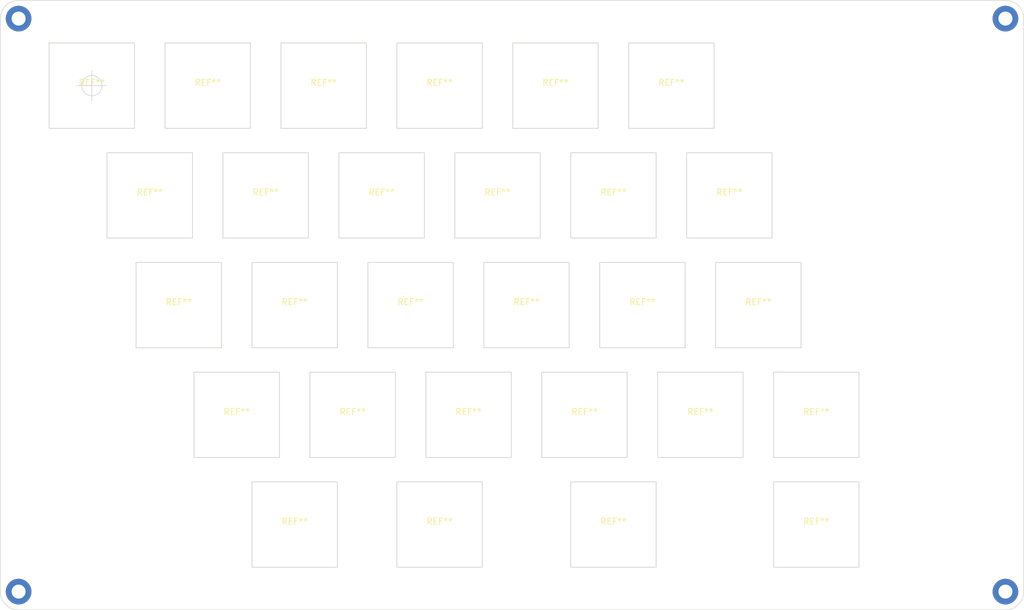
<source format=kicad_pcb>
(kicad_pcb (version 20211014) (generator pcbnew)
  (layers (0 "F.Cu" signal) (31 "B.Cu" signal) (34 "B.Paste" user) (35 "F.Paste" user) (36 "B.SilkS" user "B.Silkscreen") (37 "F.SilkS" user "F.Silkscreen") (38 "B.Mask" user) (39 "F.Mask" user) (44 "Edge.Cuts" user))
  (net 0 "")
  (footprint "Plate:Keyswitch Hole" (layer "F.Cu") (at 92.75 104)
    (fp_text reference "REF**" (at 0 -0.5 unlocked) (layer "F.SilkS"))
    (fp_text value "Keyswitch Hole")
    (fp_rect (start -7 -7) (end 7 7) (layer "Edge.Cuts") (width 0.12) (fill none))
  )
  (footprint "Plate:Keyswitch Hole" (layer "F.Cu") (at 107 50)
    (fp_text reference "REF**" (at 0 -0.5 unlocked) (layer "F.SilkS"))
    (fp_text value "Keyswitch Hole")
    (fp_rect (start -7 -7) (end 7 7) (layer "Edge.Cuts") (width 0.12) (fill none))
  )
  (footprint "Plate:Keyswitch Hole" (layer "F.Cu") (at 69 50)
    (fp_text reference "REF**" (at 0 -0.5 unlocked) (layer "F.SilkS"))
    (fp_text value "Keyswitch Hole")
    (fp_rect (start -7 -7) (end 7 7) (layer "Edge.Cuts") (width 0.12) (fill none))
  )
  (footprint "Plate:Keyswitch Hole" (layer "F.Cu") (at 83.25 86)
    (fp_text reference "REF**" (at 0 -0.5 unlocked) (layer "F.SilkS"))
    (fp_text value "Keyswitch Hole")
    (fp_rect (start -7 -7) (end 7 7) (layer "Edge.Cuts") (width 0.12) (fill none))
  )
  (footprint "Plate:Keyswitch Hole" (layer "F.Cu") (at 116.5 68)
    (fp_text reference "REF**" (at 0 -0.5 unlocked) (layer "F.SilkS"))
    (fp_text value "Keyswitch Hole")
    (fp_rect (start -7 -7) (end 7 7) (layer "Edge.Cuts") (width 0.12) (fill none))
  )
  (footprint "Plate:Keyswitch Hole" (layer "F.Cu") (at 88 50)
    (fp_text reference "REF**" (at 0 -0.5 unlocked) (layer "F.SilkS"))
    (fp_text value "Keyswitch Hole")
    (fp_rect (start -7 -7) (end 7 7) (layer "Edge.Cuts") (width 0.12) (fill none))
  )
  (footprint "Plate:Keyswitch Hole" (layer "F.Cu") (at 168.75 104)
    (fp_text reference "REF**" (at 0 -0.5 unlocked) (layer "F.SilkS"))
    (fp_text value "Keyswitch Hole")
    (fp_rect (start -7 -7) (end 7 7) (layer "Edge.Cuts") (width 0.12) (fill none))
  )
  (footprint "Plate:Keyswitch Hole" (layer "F.Cu") (at 126 50)
    (fp_text reference "REF**" (at 0 -0.5 unlocked) (layer "F.SilkS"))
    (fp_text value "Keyswitch Hole")
    (fp_rect (start -7 -7) (end 7 7) (layer "Edge.Cuts") (width 0.12) (fill none))
  )
  (footprint "Plate:Keyswitch Hole" (layer "F.Cu") (at 121.25 86)
    (fp_text reference "REF**" (at 0 -0.5 unlocked) (layer "F.SilkS"))
    (fp_text value "Keyswitch Hole")
    (fp_rect (start -7 -7) (end 7 7) (layer "Edge.Cuts") (width 0.12) (fill none))
  )
  (footprint "Plate:Keyswitch Hole" (layer "F.Cu") (at 154.5 68)
    (fp_text reference "REF**" (at 0 -0.5 unlocked) (layer "F.SilkS"))
    (fp_text value "Keyswitch Hole")
    (fp_rect (start -7 -7) (end 7 7) (layer "Edge.Cuts") (width 0.12) (fill none))
  )
  (footprint "Plate:Keyswitch Hole" (layer "F.Cu") (at 59.5 68)
    (fp_text reference "REF**" (at 0 -0.5 unlocked) (layer "F.SilkS"))
    (fp_text value "Keyswitch Hole")
    (fp_rect (start -7 -7) (end 7 7) (layer "Edge.Cuts") (width 0.12) (fill none))
  )
  (footprint "Plate:Keyswitch Hole" (layer "F.Cu") (at 111.75 104)
    (fp_text reference "REF**" (at 0 -0.5 unlocked) (layer "F.SilkS"))
    (fp_text value "Keyswitch Hole")
    (fp_rect (start -7 -7) (end 7 7) (layer "Edge.Cuts") (width 0.12) (fill none))
  )
  (footprint "Plate:Keyswitch Hole" (layer "F.Cu") (at 135.5 68)
    (fp_text reference "REF**" (at 0 -0.5 unlocked) (layer "F.SilkS"))
    (fp_text value "Keyswitch Hole")
    (fp_rect (start -7 -7) (end 7 7) (layer "Edge.Cuts") (width 0.12) (fill none))
  )
  (footprint "" (layer "F.Cu") (at 199.75 39)
    (fp_text reference "" (at 0 0) (layer "F.SilkS") (effects (font (size 1.27 1.27))))
    (fp_text value "" (at 0 0) (layer "F.SilkS") (effects (font (size 1.27 1.27))))
    (pad "" thru_hole circle locked (at 0 0) (size 4.2 4.2) (drill 2.3) (layers *.Cu *.Mask))
  )
  (footprint "Plate:Keyswitch Hole" (layer "F.Cu") (at 159.25 86)
    (fp_text reference "REF**" (at 0 -0.5 unlocked) (layer "F.SilkS"))
    (fp_text value "Keyswitch Hole")
    (fp_rect (start -7 -7) (end 7 7) (layer "Edge.Cuts") (width 0.12) (fill none))
  )
  (footprint "Plate:Keyswitch Hole" (layer "F.Cu") (at 64.25 86)
    (fp_text reference "REF**" (at 0 -0.5 unlocked) (layer "F.SilkS"))
    (fp_text value "Keyswitch Hole")
    (fp_rect (start -7 -7) (end 7 7) (layer "Edge.Cuts") (width 0.12) (fill none))
  )
  (footprint "Plate:Keyswitch Hole" (layer "F.Cu") (at 50 50)
    (fp_text reference "REF**" (at 0 -0.5 unlocked) (layer "F.SilkS"))
    (fp_text value "Keyswitch Hole")
    (fp_rect (start -7 -7) (end 7 7) (layer "Edge.Cuts") (width 0.12) (fill none))
  )
  (footprint "" (layer "F.Cu") (at 38 39)
    (fp_text reference "" (at 0 0) (layer "F.SilkS") (effects (font (size 1.27 1.27))))
    (fp_text value "" (at 0 0) (layer "F.SilkS") (effects (font (size 1.27 1.27))))
    (pad "" thru_hole circle locked (at 0 0) (size 4.2 4.2) (drill 2.3) (layers *.Cu *.Mask))
  )
  (footprint "Plate:Keyswitch Hole" (layer "F.Cu") (at 83.25 122)
    (fp_text reference "REF**" (at 0 -0.5 unlocked) (layer "F.SilkS"))
    (fp_text value "Keyswitch Hole")
    (fp_rect (start -7 -7) (end 7 7) (layer "Edge.Cuts") (width 0.12) (fill none))
  )
  (footprint "Plate:Keyswitch Hole" (layer "F.Cu") (at 140.25 86)
    (fp_text reference "REF**" (at 0 -0.5 unlocked) (layer "F.SilkS"))
    (fp_text value "Keyswitch Hole")
    (fp_rect (start -7 -7) (end 7 7) (layer "Edge.Cuts") (width 0.12) (fill none))
  )
  (footprint "Plate:Keyswitch Hole" (layer "F.Cu") (at 149.75 104)
    (fp_text reference "REF**" (at 0 -0.5 unlocked) (layer "F.SilkS"))
    (fp_text value "Keyswitch Hole")
    (fp_rect (start -7 -7) (end 7 7) (layer "Edge.Cuts") (width 0.12) (fill none))
  )
  (footprint "Plate:Keyswitch Hole" (layer "F.Cu") (at 78.5 68)
    (fp_text reference "REF**" (at 0 -0.5 unlocked) (layer "F.SilkS"))
    (fp_text value "Keyswitch Hole")
    (fp_rect (start -7 -7) (end 7 7) (layer "Edge.Cuts") (width 0.12) (fill none))
  )
  (footprint "Plate:Keyswitch Hole" (layer "F.Cu") (at 107 122)
    (fp_text reference "REF**" (at 0 -0.5 unlocked) (layer "F.SilkS"))
    (fp_text value "Keyswitch Hole")
    (fp_rect (start -7 -7) (end 7 7) (layer "Edge.Cuts") (width 0.12) (fill none))
  )
  (footprint "Plate:Keyswitch Hole" (layer "F.Cu") (at 168.75 122)
    (fp_text reference "REF**" (at 0 -0.5 unlocked) (layer "F.SilkS"))
    (fp_text value "Keyswitch Hole")
    (fp_rect (start -7 -7) (end 7 7) (layer "Edge.Cuts") (width 0.12) (fill none))
  )
  (footprint "" (layer "F.Cu") (at 38 133)
    (fp_text reference "" (at 0 0) (layer "F.SilkS") (effects (font (size 1.27 1.27))))
    (fp_text value "" (at 0 0) (layer "F.SilkS") (effects (font (size 1.27 1.27))))
    (pad "" thru_hole circle locked (at 0 0) (size 4.2 4.2) (drill 2.3) (layers *.Cu *.Mask))
  )
  (footprint "Plate:Keyswitch Hole" (layer "F.Cu") (at 102.25 86)
    (fp_text reference "REF**" (at 0 -0.5 unlocked) (layer "F.SilkS"))
    (fp_text value "Keyswitch Hole")
    (fp_rect (start -7 -7) (end 7 7) (layer "Edge.Cuts") (width 0.12) (fill none))
  )
  (footprint "Plate:Keyswitch Hole" (layer "F.Cu") (at 145 50)
    (fp_text reference "REF**" (at 0 -0.5 unlocked) (layer "F.SilkS"))
    (fp_text value "Keyswitch Hole")
    (fp_rect (start -7 -7) (end 7 7) (layer "Edge.Cuts") (width 0.12) (fill none))
  )
  (footprint "Plate:Keyswitch Hole" (layer "F.Cu") (at 130.75 104)
    (fp_text reference "REF**" (at 0 -0.5 unlocked) (layer "F.SilkS"))
    (fp_text value "Keyswitch Hole")
    (fp_rect (start -7 -7) (end 7 7) (layer "Edge.Cuts") (width 0.12) (fill none))
  )
  (footprint "Plate:Keyswitch Hole" (layer "F.Cu") (at 73.75 104)
    (fp_text reference "REF**" (at 0 -0.5 unlocked) (layer "F.SilkS"))
    (fp_text value "Keyswitch Hole")
    (fp_rect (start -7 -7) (end 7 7) (layer "Edge.Cuts") (width 0.12) (fill none))
  )
  (footprint "" (layer "F.Cu") (at 199.75 133)
    (fp_text reference "" (at 0 0) (layer "F.SilkS") (effects (font (size 1.27 1.27))))
    (fp_text value "" (at 0 0) (layer "F.SilkS") (effects (font (size 1.27 1.27))))
    (pad "" thru_hole circle locked (at 0 0) (size 4.2 4.2) (drill 2.3) (layers *.Cu *.Mask))
  )
  (footprint "Plate:Keyswitch Hole" (layer "F.Cu") (at 135.5 122)
    (fp_text reference "REF**" (at 0 -0.5 unlocked) (layer "F.SilkS"))
    (fp_text value "Keyswitch Hole")
    (fp_rect (start -7 -7) (end 7 7) (layer "Edge.Cuts") (width 0.12) (fill none))
  )
  (footprint "Plate:Keyswitch Hole" (layer "F.Cu") (at 97.5 68)
    (fp_text reference "REF**" (at 0 -0.5 unlocked) (layer "F.SilkS"))
    (fp_text value "Keyswitch Hole")
    (fp_rect (start -7 -7) (end 7 7) (layer "Edge.Cuts") (width 0.12) (fill none))
  )
  (gr_arc (start 35 39) (mid 35.87868 36.87868) (end 38 36) (layer "Edge.Cuts") (width 0.1))
  (gr_line (start 202.75 39) (end 202.75 133) (layer "Edge.Cuts") (width 0.1))
  (gr_arc (start 202.75 133) (mid 201.87132 135.12132) (end 199.75 136) (layer "Edge.Cuts") (width 0.1))
  (gr_line (start 199.75 136) (end 38 136) (layer "Edge.Cuts") (width 0.1))
  (gr_arc (start 199.75 36) (mid 201.87132 36.87868) (end 202.75 39) (layer "Edge.Cuts") (width 0.1))
  (gr_line (start 35 133) (end 35 39) (layer "Edge.Cuts") (width 0.1))
  (gr_arc (start 38 136) (mid 35.87868 135.12132) (end 35 133) (layer "Edge.Cuts") (width 0.1))
  (gr_line (start 38 36) (end 199.75 36) (layer "Edge.Cuts") (width 0.1))
  (target plus (at 50 50) (size 5) (width 0.1) (layer "Edge.Cuts"))
)
</source>
